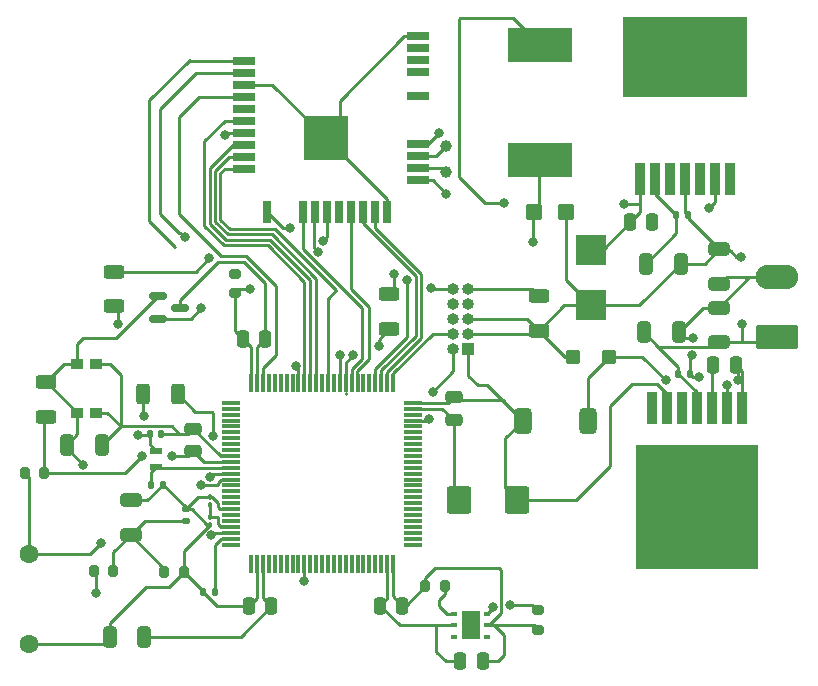
<source format=gbr>
%TF.GenerationSoftware,KiCad,Pcbnew,(6.0.6)*%
%TF.CreationDate,2022-08-28T11:43:10+01:00*%
%TF.ProjectId,task,7461736b-2e6b-4696-9361-645f70636258,rev?*%
%TF.SameCoordinates,Original*%
%TF.FileFunction,Copper,L1,Top*%
%TF.FilePolarity,Positive*%
%FSLAX46Y46*%
G04 Gerber Fmt 4.6, Leading zero omitted, Abs format (unit mm)*
G04 Created by KiCad (PCBNEW (6.0.6)) date 2022-08-28 11:43:10*
%MOMM*%
%LPD*%
G01*
G04 APERTURE LIST*
G04 Aperture macros list*
%AMRoundRect*
0 Rectangle with rounded corners*
0 $1 Rounding radius*
0 $2 $3 $4 $5 $6 $7 $8 $9 X,Y pos of 4 corners*
0 Add a 4 corners polygon primitive as box body*
4,1,4,$2,$3,$4,$5,$6,$7,$8,$9,$2,$3,0*
0 Add four circle primitives for the rounded corners*
1,1,$1+$1,$2,$3*
1,1,$1+$1,$4,$5*
1,1,$1+$1,$6,$7*
1,1,$1+$1,$8,$9*
0 Add four rect primitives between the rounded corners*
20,1,$1+$1,$2,$3,$4,$5,0*
20,1,$1+$1,$4,$5,$6,$7,0*
20,1,$1+$1,$6,$7,$8,$9,0*
20,1,$1+$1,$8,$9,$2,$3,0*%
G04 Aperture macros list end*
%TA.AperFunction,SMDPad,CuDef*%
%ADD10R,5.400000X2.900000*%
%TD*%
%TA.AperFunction,SMDPad,CuDef*%
%ADD11RoundRect,0.250000X-0.475000X0.250000X-0.475000X-0.250000X0.475000X-0.250000X0.475000X0.250000X0*%
%TD*%
%TA.AperFunction,SMDPad,CuDef*%
%ADD12RoundRect,0.250000X0.787500X0.925000X-0.787500X0.925000X-0.787500X-0.925000X0.787500X-0.925000X0*%
%TD*%
%TA.AperFunction,SMDPad,CuDef*%
%ADD13RoundRect,0.140000X-0.140000X-0.170000X0.140000X-0.170000X0.140000X0.170000X-0.140000X0.170000X0*%
%TD*%
%TA.AperFunction,SMDPad,CuDef*%
%ADD14RoundRect,0.147500X-0.147500X-0.172500X0.147500X-0.172500X0.147500X0.172500X-0.147500X0.172500X0*%
%TD*%
%TA.AperFunction,SMDPad,CuDef*%
%ADD15RoundRect,0.250000X-0.325000X-0.650000X0.325000X-0.650000X0.325000X0.650000X-0.325000X0.650000X0*%
%TD*%
%TA.AperFunction,SMDPad,CuDef*%
%ADD16RoundRect,0.250000X-0.450000X-0.425000X0.450000X-0.425000X0.450000X0.425000X-0.450000X0.425000X0*%
%TD*%
%TA.AperFunction,SMDPad,CuDef*%
%ADD17RoundRect,0.250000X0.325000X0.650000X-0.325000X0.650000X-0.325000X-0.650000X0.325000X-0.650000X0*%
%TD*%
%TA.AperFunction,SMDPad,CuDef*%
%ADD18RoundRect,0.250000X0.250000X0.475000X-0.250000X0.475000X-0.250000X-0.475000X0.250000X-0.475000X0*%
%TD*%
%TA.AperFunction,SMDPad,CuDef*%
%ADD19RoundRect,0.250000X-0.250000X-0.475000X0.250000X-0.475000X0.250000X0.475000X-0.250000X0.475000X0*%
%TD*%
%TA.AperFunction,SMDPad,CuDef*%
%ADD20RoundRect,0.140000X0.140000X0.170000X-0.140000X0.170000X-0.140000X-0.170000X0.140000X-0.170000X0*%
%TD*%
%TA.AperFunction,SMDPad,CuDef*%
%ADD21RoundRect,0.150000X-0.587500X-0.150000X0.587500X-0.150000X0.587500X0.150000X-0.587500X0.150000X0*%
%TD*%
%TA.AperFunction,SMDPad,CuDef*%
%ADD22RoundRect,0.075000X-0.725000X-0.075000X0.725000X-0.075000X0.725000X0.075000X-0.725000X0.075000X0*%
%TD*%
%TA.AperFunction,SMDPad,CuDef*%
%ADD23RoundRect,0.075000X-0.075000X-0.725000X0.075000X-0.725000X0.075000X0.725000X-0.075000X0.725000X0*%
%TD*%
%TA.AperFunction,SMDPad,CuDef*%
%ADD24R,1.900000X0.800000*%
%TD*%
%TA.AperFunction,SMDPad,CuDef*%
%ADD25R,0.800000X1.900000*%
%TD*%
%TA.AperFunction,SMDPad,CuDef*%
%ADD26R,3.700000X3.700000*%
%TD*%
%TA.AperFunction,ComponentPad*%
%ADD27C,0.500000*%
%TD*%
%TA.AperFunction,SMDPad,CuDef*%
%ADD28RoundRect,0.250000X0.625000X-0.312500X0.625000X0.312500X-0.625000X0.312500X-0.625000X-0.312500X0*%
%TD*%
%TA.AperFunction,SMDPad,CuDef*%
%ADD29RoundRect,0.200000X0.200000X0.275000X-0.200000X0.275000X-0.200000X-0.275000X0.200000X-0.275000X0*%
%TD*%
%TA.AperFunction,SMDPad,CuDef*%
%ADD30RoundRect,0.100000X0.100000X-0.130000X0.100000X0.130000X-0.100000X0.130000X-0.100000X-0.130000X0*%
%TD*%
%TA.AperFunction,SMDPad,CuDef*%
%ADD31RoundRect,0.200000X-0.200000X-0.275000X0.200000X-0.275000X0.200000X0.275000X-0.200000X0.275000X0*%
%TD*%
%TA.AperFunction,SMDPad,CuDef*%
%ADD32RoundRect,0.250000X0.312500X0.625000X-0.312500X0.625000X-0.312500X-0.625000X0.312500X-0.625000X0*%
%TD*%
%TA.AperFunction,SMDPad,CuDef*%
%ADD33RoundRect,0.100000X-0.100000X0.130000X-0.100000X-0.130000X0.100000X-0.130000X0.100000X0.130000X0*%
%TD*%
%TA.AperFunction,ComponentPad*%
%ADD34C,1.600000*%
%TD*%
%TA.AperFunction,SMDPad,CuDef*%
%ADD35R,2.540000X2.540000*%
%TD*%
%TA.AperFunction,ComponentPad*%
%ADD36R,1.000000X1.000000*%
%TD*%
%TA.AperFunction,ComponentPad*%
%ADD37O,1.000000X1.000000*%
%TD*%
%TA.AperFunction,SMDPad,CuDef*%
%ADD38C,1.000000*%
%TD*%
%TA.AperFunction,SMDPad,CuDef*%
%ADD39RoundRect,0.250000X-0.650000X0.325000X-0.650000X-0.325000X0.650000X-0.325000X0.650000X0.325000X0*%
%TD*%
%TA.AperFunction,SMDPad,CuDef*%
%ADD40RoundRect,0.200000X0.275000X-0.200000X0.275000X0.200000X-0.275000X0.200000X-0.275000X-0.200000X0*%
%TD*%
%TA.AperFunction,SMDPad,CuDef*%
%ADD41R,0.863600X2.692400*%
%TD*%
%TA.AperFunction,SMDPad,CuDef*%
%ADD42R,10.414000X10.464800*%
%TD*%
%TA.AperFunction,ComponentPad*%
%ADD43RoundRect,0.249999X1.550001X-0.790001X1.550001X0.790001X-1.550001X0.790001X-1.550001X-0.790001X0*%
%TD*%
%TA.AperFunction,ComponentPad*%
%ADD44O,3.600000X2.080000*%
%TD*%
%TA.AperFunction,SMDPad,CuDef*%
%ADD45R,0.890000X2.790000*%
%TD*%
%TA.AperFunction,SMDPad,CuDef*%
%ADD46R,10.580000X6.840000*%
%TD*%
%TA.AperFunction,SMDPad,CuDef*%
%ADD47RoundRect,0.250000X0.650000X-0.325000X0.650000X0.325000X-0.650000X0.325000X-0.650000X-0.325000X0*%
%TD*%
%TA.AperFunction,SMDPad,CuDef*%
%ADD48RoundRect,0.250000X0.475000X-0.250000X0.475000X0.250000X-0.475000X0.250000X-0.475000X-0.250000X0*%
%TD*%
%TA.AperFunction,SMDPad,CuDef*%
%ADD49RoundRect,0.250000X-0.625000X0.312500X-0.625000X-0.312500X0.625000X-0.312500X0.625000X0.312500X0*%
%TD*%
%TA.AperFunction,SMDPad,CuDef*%
%ADD50RoundRect,0.140000X0.170000X-0.140000X0.170000X0.140000X-0.170000X0.140000X-0.170000X-0.140000X0*%
%TD*%
%TA.AperFunction,SMDPad,CuDef*%
%ADD51RoundRect,0.162400X0.462600X0.417600X-0.462600X0.417600X-0.462600X-0.417600X0.462600X-0.417600X0*%
%TD*%
%TA.AperFunction,SMDPad,CuDef*%
%ADD52R,1.000000X0.900000*%
%TD*%
%TA.AperFunction,SMDPad,CuDef*%
%ADD53R,1.100000X0.600000*%
%TD*%
%TA.AperFunction,SMDPad,CuDef*%
%ADD54RoundRect,0.375000X0.375000X0.725000X-0.375000X0.725000X-0.375000X-0.725000X0.375000X-0.725000X0*%
%TD*%
%TA.AperFunction,SMDPad,CuDef*%
%ADD55R,0.599999X0.399999*%
%TD*%
%TA.AperFunction,SMDPad,CuDef*%
%ADD56R,1.500000X2.400000*%
%TD*%
%TA.AperFunction,ComponentPad*%
%ADD57C,0.499999*%
%TD*%
%TA.AperFunction,ViaPad*%
%ADD58C,0.800000*%
%TD*%
%TA.AperFunction,Conductor*%
%ADD59C,0.250000*%
%TD*%
G04 APERTURE END LIST*
D10*
%TO.P,L2,1,1*%
%TO.N,Net-(Cb2-Pad2)*%
X176200000Y-87750000D03*
%TO.P,L2,2,2*%
%TO.N,+5V*%
X176200000Y-97450000D03*
%TD*%
D11*
%TO.P,C_VDD5,1*%
%TO.N,VDD*%
X168850000Y-117550000D03*
%TO.P,C_VDD5,2*%
%TO.N,GND*%
X168850000Y-119450000D03*
%TD*%
D12*
%TO.P,Cout1,1*%
%TO.N,VDD*%
X174255000Y-126240000D03*
%TO.P,Cout1,2*%
%TO.N,GND*%
X169330000Y-126240000D03*
%TD*%
D13*
%TO.P,Cinx2,1*%
%TO.N,+12V*%
X187710000Y-102110000D03*
%TO.P,Cinx2,2*%
%TO.N,GND*%
X188670000Y-102110000D03*
%TD*%
D14*
%TO.P,Dl1,1,K*%
%TO.N,GND*%
X147645000Y-133990000D03*
%TO.P,Dl1,2,A*%
%TO.N,Net-(Dl1-Pad2)*%
X148615000Y-133990000D03*
%TD*%
D15*
%TO.P,Cin3,1*%
%TO.N,+12V*%
X185135000Y-106220000D03*
%TO.P,Cin3,2*%
%TO.N,GND*%
X188085000Y-106220000D03*
%TD*%
D16*
%TO.P,Cout2,1*%
%TO.N,+5V*%
X175630000Y-101830000D03*
%TO.P,Cout2,2*%
%TO.N,GND*%
X178330000Y-101830000D03*
%TD*%
D17*
%TO.P,C6,1*%
%TO.N,GND*%
X139065000Y-121580000D03*
%TO.P,C6,2*%
%TO.N,NRST*%
X136115000Y-121580000D03*
%TD*%
D18*
%TO.P,C5,1*%
%TO.N,VDD*%
X171320000Y-139880000D03*
%TO.P,C5,2*%
%TO.N,GND*%
X169420000Y-139880000D03*
%TD*%
D19*
%TO.P,C_VDD6,1*%
%TO.N,VDD*%
X150990000Y-112580000D03*
%TO.P,C_VDD6,2*%
%TO.N,GND*%
X152890000Y-112580000D03*
%TD*%
D20*
%TO.P,Cinx1,1*%
%TO.N,+12V*%
X188850000Y-115560000D03*
%TO.P,Cinx1,2*%
%TO.N,GND*%
X187890000Y-115560000D03*
%TD*%
D21*
%TO.P,Q1,1,D*%
%TO.N,NRST*%
X143802500Y-109010000D03*
%TO.P,Q1,2,G*%
%TO.N,Net-(J2-Pad10)*%
X143802500Y-110910000D03*
%TO.P,Q1,3,S*%
%TO.N,GND*%
X145677500Y-109960000D03*
%TD*%
D22*
%TO.P,U1,1,PE2*%
%TO.N,unconnected-(U1-Pad1)*%
X150045000Y-118010000D03*
%TO.P,U1,2,PE3*%
%TO.N,unconnected-(U1-Pad2)*%
X150045000Y-118510000D03*
%TO.P,U1,3,PE4*%
%TO.N,unconnected-(U1-Pad3)*%
X150045000Y-119010000D03*
%TO.P,U1,4,PE5*%
%TO.N,unconnected-(U1-Pad4)*%
X150045000Y-119510000D03*
%TO.P,U1,5,PE6*%
%TO.N,unconnected-(U1-Pad5)*%
X150045000Y-120010000D03*
%TO.P,U1,6,VBAT*%
%TO.N,unconnected-(U1-Pad6)*%
X150045000Y-120510000D03*
%TO.P,U1,7,PC13*%
%TO.N,unconnected-(U1-Pad7)*%
X150045000Y-121010000D03*
%TO.P,U1,8,PC14*%
%TO.N,unconnected-(U1-Pad8)*%
X150045000Y-121510000D03*
%TO.P,U1,9,PC15*%
%TO.N,unconnected-(U1-Pad9)*%
X150045000Y-122010000D03*
%TO.P,U1,10,VSS*%
%TO.N,GND*%
X150045000Y-122510000D03*
%TO.P,U1,11,VDD*%
%TO.N,VDD*%
X150045000Y-123010000D03*
%TO.P,U1,12,PH0*%
%TO.N,Net-(U1-Pad12)*%
X150045000Y-123510000D03*
%TO.P,U1,13,PH1*%
%TO.N,Net-(U1-Pad13)*%
X150045000Y-124010000D03*
%TO.P,U1,14,NRST*%
%TO.N,NRST*%
X150045000Y-124510000D03*
%TO.P,U1,15,PC0*%
%TO.N,unconnected-(U1-Pad15)*%
X150045000Y-125010000D03*
%TO.P,U1,16,PC1*%
%TO.N,unconnected-(U1-Pad16)*%
X150045000Y-125510000D03*
%TO.P,U1,17,PC2*%
%TO.N,unconnected-(U1-Pad17)*%
X150045000Y-126010000D03*
%TO.P,U1,18,PC3*%
%TO.N,unconnected-(U1-Pad18)*%
X150045000Y-126510000D03*
%TO.P,U1,19,VSSA*%
%TO.N,GND*%
X150045000Y-127010000D03*
%TO.P,U1,20,VREF-*%
X150045000Y-127510000D03*
%TO.P,U1,21,VREF+*%
%TO.N,VREF+*%
X150045000Y-128010000D03*
%TO.P,U1,22,VDDA*%
%TO.N,VDD*%
X150045000Y-128510000D03*
%TO.P,U1,23,PA0*%
%TO.N,PA0*%
X150045000Y-129010000D03*
%TO.P,U1,24,PA1*%
%TO.N,Net-(Dl1-Pad2)*%
X150045000Y-129510000D03*
%TO.P,U1,25,PA2*%
%TO.N,unconnected-(U1-Pad25)*%
X150045000Y-130010000D03*
D23*
%TO.P,U1,26,PA3*%
%TO.N,unconnected-(U1-Pad26)*%
X151720000Y-131685000D03*
%TO.P,U1,27,VSS*%
%TO.N,GND*%
X152220000Y-131685000D03*
%TO.P,U1,28,VDD*%
%TO.N,VDD*%
X152720000Y-131685000D03*
%TO.P,U1,29,PA4*%
%TO.N,unconnected-(U1-Pad29)*%
X153220000Y-131685000D03*
%TO.P,U1,30,PA5*%
%TO.N,unconnected-(U1-Pad30)*%
X153720000Y-131685000D03*
%TO.P,U1,31,PA6*%
%TO.N,unconnected-(U1-Pad31)*%
X154220000Y-131685000D03*
%TO.P,U1,32,PA7*%
%TO.N,unconnected-(U1-Pad32)*%
X154720000Y-131685000D03*
%TO.P,U1,33,PC4*%
%TO.N,unconnected-(U1-Pad33)*%
X155220000Y-131685000D03*
%TO.P,U1,34,PC5*%
%TO.N,unconnected-(U1-Pad34)*%
X155720000Y-131685000D03*
%TO.P,U1,35,PB0*%
%TO.N,SPI_SSN*%
X156220000Y-131685000D03*
%TO.P,U1,36,PB1*%
%TO.N,unconnected-(U1-Pad36)*%
X156720000Y-131685000D03*
%TO.P,U1,37,PB2*%
%TO.N,unconnected-(U1-Pad37)*%
X157220000Y-131685000D03*
%TO.P,U1,38,PE7*%
%TO.N,unconnected-(U1-Pad38)*%
X157720000Y-131685000D03*
%TO.P,U1,39,PE8*%
%TO.N,unconnected-(U1-Pad39)*%
X158220000Y-131685000D03*
%TO.P,U1,40,PE9*%
%TO.N,unconnected-(U1-Pad40)*%
X158720000Y-131685000D03*
%TO.P,U1,41,PE10*%
%TO.N,unconnected-(U1-Pad41)*%
X159220000Y-131685000D03*
%TO.P,U1,42,PE11*%
%TO.N,unconnected-(U1-Pad42)*%
X159720000Y-131685000D03*
%TO.P,U1,43,PE12*%
%TO.N,unconnected-(U1-Pad43)*%
X160220000Y-131685000D03*
%TO.P,U1,44,PE13*%
%TO.N,unconnected-(U1-Pad44)*%
X160720000Y-131685000D03*
%TO.P,U1,45,PE14*%
%TO.N,unconnected-(U1-Pad45)*%
X161220000Y-131685000D03*
%TO.P,U1,46,PE15*%
%TO.N,unconnected-(U1-Pad46)*%
X161720000Y-131685000D03*
%TO.P,U1,47,PB10*%
%TO.N,unconnected-(U1-Pad47)*%
X162220000Y-131685000D03*
%TO.P,U1,48,PB11*%
%TO.N,unconnected-(U1-Pad48)*%
X162720000Y-131685000D03*
%TO.P,U1,49,VSS*%
%TO.N,GND*%
X163220000Y-131685000D03*
%TO.P,U1,50,VDD*%
%TO.N,VDD*%
X163720000Y-131685000D03*
D22*
%TO.P,U1,51,PB12*%
%TO.N,unconnected-(U1-Pad51)*%
X165395000Y-130010000D03*
%TO.P,U1,52,PB13*%
%TO.N,SCL*%
X165395000Y-129510000D03*
%TO.P,U1,53,PB14*%
%TO.N,SDA*%
X165395000Y-129010000D03*
%TO.P,U1,54,PB15*%
%TO.N,unconnected-(U1-Pad54)*%
X165395000Y-128510000D03*
%TO.P,U1,55,PD8*%
%TO.N,unconnected-(U1-Pad55)*%
X165395000Y-128010000D03*
%TO.P,U1,56,PD9*%
%TO.N,unconnected-(U1-Pad56)*%
X165395000Y-127510000D03*
%TO.P,U1,57,PD10*%
%TO.N,unconnected-(U1-Pad57)*%
X165395000Y-127010000D03*
%TO.P,U1,58,PD11*%
%TO.N,unconnected-(U1-Pad58)*%
X165395000Y-126510000D03*
%TO.P,U1,59,PD12*%
%TO.N,unconnected-(U1-Pad59)*%
X165395000Y-126010000D03*
%TO.P,U1,60,PD13*%
%TO.N,unconnected-(U1-Pad60)*%
X165395000Y-125510000D03*
%TO.P,U1,61,PD14*%
%TO.N,unconnected-(U1-Pad61)*%
X165395000Y-125010000D03*
%TO.P,U1,62,PD15*%
%TO.N,unconnected-(U1-Pad62)*%
X165395000Y-124510000D03*
%TO.P,U1,63,PC6*%
%TO.N,unconnected-(U1-Pad63)*%
X165395000Y-124010000D03*
%TO.P,U1,64,PC7*%
%TO.N,unconnected-(U1-Pad64)*%
X165395000Y-123510000D03*
%TO.P,U1,65,PC8*%
%TO.N,unconnected-(U1-Pad65)*%
X165395000Y-123010000D03*
%TO.P,U1,66,PC9*%
%TO.N,unconnected-(U1-Pad66)*%
X165395000Y-122510000D03*
%TO.P,U1,67,PA8*%
%TO.N,unconnected-(U1-Pad67)*%
X165395000Y-122010000D03*
%TO.P,U1,68,PA9*%
%TO.N,unconnected-(U1-Pad68)*%
X165395000Y-121510000D03*
%TO.P,U1,69,PA10*%
%TO.N,unconnected-(U1-Pad69)*%
X165395000Y-121010000D03*
%TO.P,U1,70,PA11*%
%TO.N,unconnected-(U1-Pad70)*%
X165395000Y-120510000D03*
%TO.P,U1,71,PA12*%
%TO.N,unconnected-(U1-Pad71)*%
X165395000Y-120010000D03*
%TO.P,U1,72,PA13*%
%TO.N,SWDIO*%
X165395000Y-119510000D03*
%TO.P,U1,73,VDDUSB*%
%TO.N,unconnected-(U1-Pad73)*%
X165395000Y-119010000D03*
%TO.P,U1,74,VSS*%
%TO.N,GND*%
X165395000Y-118510000D03*
%TO.P,U1,75,VDD*%
%TO.N,VDD*%
X165395000Y-118010000D03*
D23*
%TO.P,U1,76,PA14*%
%TO.N,SWDCLK*%
X163720000Y-116335000D03*
%TO.P,U1,77,PA15*%
%TO.N,GPIO_5*%
X163220000Y-116335000D03*
%TO.P,U1,78,PC10*%
%TO.N,GPIO_4*%
X162720000Y-116335000D03*
%TO.P,U1,79,PC11*%
%TO.N,GPIO_6*%
X162220000Y-116335000D03*
%TO.P,U1,80,PC12*%
%TO.N,unconnected-(U1-Pad80)*%
X161720000Y-116335000D03*
%TO.P,U1,81,PD0*%
%TO.N,unconnected-(U1-Pad81)*%
X161220000Y-116335000D03*
%TO.P,U1,82,PD1*%
%TO.N,GPIO_3*%
X160720000Y-116335000D03*
%TO.P,U1,83,PD2*%
%TO.N,GPIO_1*%
X160220000Y-116335000D03*
%TO.P,U1,84,PD3*%
%TO.N,Reset_n*%
X159720000Y-116335000D03*
%TO.P,U1,85,PD4*%
%TO.N,WAKE*%
X159220000Y-116335000D03*
%TO.P,U1,86,PD5*%
%TO.N,UART_TxD*%
X158720000Y-116335000D03*
%TO.P,U1,87,PD6*%
%TO.N,UART_RxD*%
X158220000Y-116335000D03*
%TO.P,U1,88,PD7*%
%TO.N,unconnected-(U1-Pad88)*%
X157720000Y-116335000D03*
%TO.P,U1,89,PB3*%
%TO.N,SPI_SCK*%
X157220000Y-116335000D03*
%TO.P,U1,90,PB4*%
%TO.N,SPI_MISO*%
X156720000Y-116335000D03*
%TO.P,U1,91,PB5*%
%TO.N,SPI_MOSI*%
X156220000Y-116335000D03*
%TO.P,U1,92,PB6*%
%TO.N,Chip_EN*%
X155720000Y-116335000D03*
%TO.P,U1,93,PB7*%
%TO.N,unconnected-(U1-Pad93)*%
X155220000Y-116335000D03*
%TO.P,U1,94,PH3*%
%TO.N,unconnected-(U1-Pad94)*%
X154720000Y-116335000D03*
%TO.P,U1,95,PB8*%
%TO.N,unconnected-(U1-Pad95)*%
X154220000Y-116335000D03*
%TO.P,U1,96,PB9*%
%TO.N,unconnected-(U1-Pad96)*%
X153720000Y-116335000D03*
%TO.P,U1,97,PE0*%
%TO.N,unconnected-(U1-Pad97)*%
X153220000Y-116335000D03*
%TO.P,U1,98,PE1*%
%TO.N,IRQN*%
X152720000Y-116335000D03*
%TO.P,U1,99,VSS*%
%TO.N,GND*%
X152220000Y-116335000D03*
%TO.P,U1,100,VDD*%
%TO.N,VDD*%
X151720000Y-116335000D03*
%TD*%
D24*
%TO.P,U3,1,GPIO_6*%
%TO.N,GPIO_6*%
X165876550Y-99185000D03*
%TO.P,U3,2,I2C_SCL*%
%TO.N,Net-(TP1-Pad1)*%
X165876550Y-98169000D03*
%TO.P,U3,3,I2C_SDA*%
%TO.N,Net-(TP2-Pad1)*%
X165876550Y-97153000D03*
%TO.P,U3,4,~{RESET_N}*%
%TO.N,Net-(Rr1-Pad1)*%
X165876550Y-96137000D03*
%TO.P,U3,5,NC*%
%TO.N,unconnected-(U3-Pad5)*%
X165876550Y-92073000D03*
%TO.P,U3,6,NC*%
%TO.N,unconnected-(U3-Pad6)*%
X165876550Y-90041000D03*
%TO.P,U3,7,NC*%
%TO.N,unconnected-(U3-Pad7)*%
X165876550Y-89025000D03*
%TO.P,U3,8,NC*%
%TO.N,unconnected-(U3-Pad8)*%
X165876550Y-88009000D03*
%TO.P,U3,9,GND_1*%
%TO.N,GND*%
X165876550Y-86993000D03*
%TO.P,U3,10,SPI_CFG*%
%TO.N,Net-(Rp1-Pad2)*%
X151146550Y-89031000D03*
%TO.P,U3,11,WAKE*%
%TO.N,WAKE*%
X151146550Y-90047000D03*
%TO.P,U3,12,GND_2*%
%TO.N,GND*%
X151146550Y-91063000D03*
%TO.P,U3,13,IRQN*%
%TO.N,IRQN*%
X151146550Y-92079000D03*
%TO.P,U3,14,UART_TXD*%
%TO.N,UART_TxD*%
X151146550Y-93095000D03*
%TO.P,U3,15,SPI_RXD*%
%TO.N,SPI_MOSI*%
X151146550Y-94111000D03*
%TO.P,U3,16,~{SPI_SSN}*%
%TO.N,SPI_SSN*%
X151146550Y-95127000D03*
%TO.P,U3,17,SPI_TXD*%
%TO.N,SPI_MISO*%
X151146550Y-96143000D03*
%TO.P,U3,18,SPI_SCK*%
%TO.N,SPI_SCK*%
X151146550Y-97159000D03*
%TO.P,U3,19,UART_RXD*%
%TO.N,UART_RxD*%
X151146550Y-98175000D03*
D25*
%TO.P,U3,20,VBATT*%
%TO.N,VDD*%
X153046550Y-101855000D03*
%TO.P,U3,21,GPIO_1/RTC*%
%TO.N,GPIO_1*%
X156094550Y-101855000D03*
%TO.P,U3,22,CHIP_EN*%
%TO.N,Net-(Re1-Pad2)*%
X157110550Y-101855000D03*
%TO.P,U3,23,VDDIO*%
%TO.N,VDD*%
X158126550Y-101855000D03*
%TO.P,U3,24,1P3V_TP*%
%TO.N,unconnected-(U3-Pad24)*%
X159142550Y-101855000D03*
%TO.P,U3,25,GPIO_3*%
%TO.N,GPIO_3*%
X160158550Y-101855000D03*
%TO.P,U3,26,GPIO_4*%
%TO.N,GPIO_4*%
X161174550Y-101855000D03*
%TO.P,U3,27,GPIO_5*%
%TO.N,GPIO_5*%
X162190550Y-101855000D03*
%TO.P,U3,28,GND_3*%
%TO.N,GND*%
X163206550Y-101855000D03*
D26*
%TO.P,U3,29,PADDLEGND*%
X158026550Y-95585000D03*
D27*
%TO.P,U3,P$1,PADDLEGND*%
X158026550Y-95585000D03*
%TO.P,U3,P$2,PADDLEGND*%
X156826550Y-95585000D03*
%TO.P,U3,P$3,PADDLEGND*%
X159226550Y-95585000D03*
%TO.P,U3,P$4,PADDLEGND*%
X156826550Y-94385000D03*
%TO.P,U3,P$5,PADDLEGND*%
X158026550Y-94385000D03*
%TO.P,U3,P$6,PADDLEGND*%
X159226550Y-94385000D03*
%TO.P,U3,P$7,PADDLEGND*%
X156826550Y-96785000D03*
%TO.P,U3,P$8,PADDLEGND*%
X158026550Y-96785000D03*
%TO.P,U3,P$9,PADDLEGND*%
X159226550Y-96785000D03*
%TD*%
D28*
%TO.P,Rp2,1*%
%TO.N,VDD*%
X134310000Y-119212500D03*
%TO.P,Rp2,2*%
%TO.N,NRST*%
X134310000Y-116287500D03*
%TD*%
D13*
%TO.P,C8,1*%
%TO.N,Net-(C8-Pad1)*%
X143140000Y-120620000D03*
%TO.P,C8,2*%
%TO.N,GND*%
X144100000Y-120620000D03*
%TD*%
D28*
%TO.P,Re1,1*%
%TO.N,Chip_EN*%
X140100000Y-109825000D03*
%TO.P,Re1,2*%
%TO.N,Net-(Re1-Pad2)*%
X140100000Y-106900000D03*
%TD*%
D29*
%TO.P,R5,1*%
%TO.N,VDD*%
X134175000Y-123960000D03*
%TO.P,R5,2*%
%TO.N,PA0*%
X132525000Y-123960000D03*
%TD*%
D30*
%TO.P,C4,1*%
%TO.N,GND*%
X148200000Y-128360000D03*
%TO.P,C4,2*%
%TO.N,CVDDs*%
X148200000Y-127720000D03*
%TD*%
D31*
%TO.P,R2,1*%
%TO.N,VREF+*%
X144345000Y-132330000D03*
%TO.P,R2,2*%
%TO.N,GND*%
X145995000Y-132330000D03*
%TD*%
D32*
%TO.P,R7,1*%
%TO.N,Net-(U1-Pad13)*%
X145492500Y-117300000D03*
%TO.P,R7,2*%
%TO.N,Net-(C8-Pad1)*%
X142567500Y-117300000D03*
%TD*%
D33*
%TO.P,C3,1*%
%TO.N,GND*%
X148210000Y-126000000D03*
%TO.P,C3,2*%
%TO.N,CVDDs*%
X148210000Y-126640000D03*
%TD*%
D18*
%TO.P,C_VDD4,1*%
%TO.N,VDD*%
X153420000Y-135220000D03*
%TO.P,C_VDD4,2*%
%TO.N,GND*%
X151520000Y-135220000D03*
%TD*%
D34*
%TO.P,R6,1*%
%TO.N,PA0*%
X132900000Y-130800000D03*
%TO.P,R6,2*%
%TO.N,GND*%
X132900000Y-138400000D03*
%TD*%
D35*
%TO.P,D2,A*%
%TO.N,GND*%
X180500000Y-109749500D03*
%TO.P,D2,C*%
%TO.N,Net-(Cb2-Pad2)*%
X180500000Y-105050500D03*
%TD*%
D36*
%TO.P,J2,1,VTref*%
%TO.N,VDD*%
X170110000Y-113420000D03*
D37*
%TO.P,J2,2,SWDIO/TMS*%
%TO.N,SWDIO*%
X168840000Y-113420000D03*
%TO.P,J2,3,GND*%
%TO.N,GND*%
X170110000Y-112150000D03*
%TO.P,J2,4,SWDCLK/TCK*%
%TO.N,SWDCLK*%
X168840000Y-112150000D03*
%TO.P,J2,5,GND*%
%TO.N,GND*%
X170110000Y-110880000D03*
%TO.P,J2,6,SWO/TDO*%
%TO.N,unconnected-(J2-Pad6)*%
X168840000Y-110880000D03*
%TO.P,J2,7,KEY*%
%TO.N,unconnected-(J2-Pad7)*%
X170110000Y-109610000D03*
%TO.P,J2,8,NC/TDI*%
%TO.N,unconnected-(J2-Pad8)*%
X168840000Y-109610000D03*
%TO.P,J2,9,GNDDetect*%
%TO.N,Net-(J2-Pad9)*%
X170110000Y-108340000D03*
%TO.P,J2,10,~{RESET}*%
%TO.N,Net-(J2-Pad10)*%
X168840000Y-108340000D03*
%TD*%
D38*
%TO.P,TP1,1,1*%
%TO.N,Net-(TP1-Pad1)*%
X168200000Y-98500000D03*
%TD*%
D39*
%TO.P,Cin1,1*%
%TO.N,+12V*%
X191320000Y-109945000D03*
%TO.P,Cin1,2*%
%TO.N,GND*%
X191320000Y-112895000D03*
%TD*%
D40*
%TO.P,Rp1,1*%
%TO.N,VDD*%
X150360000Y-108725000D03*
%TO.P,Rp1,2*%
%TO.N,Net-(Rp1-Pad2)*%
X150360000Y-107075000D03*
%TD*%
D41*
%TO.P,Vr1,1,SW*%
%TO.N,Net-(Cb1-Pad2)*%
X193260000Y-118409600D03*
%TO.P,Vr1,2,VIN*%
%TO.N,+12V*%
X191990000Y-118409600D03*
%TO.P,Vr1,3,BOOST*%
%TO.N,Net-(Cb1-Pad1)*%
X190720000Y-118409600D03*
%TO.P,Vr1,4,GND*%
%TO.N,GND*%
X189450000Y-118409600D03*
%TO.P,Vr1,5,NC*%
%TO.N,unconnected-(Vr1-Pad5)*%
X188180000Y-118409600D03*
%TO.P,Vr1,6,FB*%
%TO.N,VDD*%
X186910000Y-118409600D03*
%TO.P,Vr1,7,ON/~{OFF}*%
%TO.N,unconnected-(Vr1-Pad7)*%
X185640000Y-118409600D03*
D42*
%TO.P,Vr1,8*%
%TO.N,unconnected-(Vr1-Pad8)*%
X189450000Y-126842400D03*
%TD*%
D43*
%TO.P,J1,1,Pin_1*%
%TO.N,GND*%
X196272500Y-112440000D03*
D44*
%TO.P,J1,2,Pin_2*%
%TO.N,+12V*%
X196272500Y-107360000D03*
%TD*%
D13*
%TO.P,C7,1*%
%TO.N,Net-(U1-Pad12)*%
X143270000Y-124930000D03*
%TO.P,C7,2*%
%TO.N,GND*%
X144230000Y-124930000D03*
%TD*%
D45*
%TO.P,Vr2,1,SWITCH_OUTPUT*%
%TO.N,Net-(Cb2-Pad2)*%
X184650000Y-99060000D03*
%TO.P,Vr2,2,INPUT*%
%TO.N,+12V*%
X185920000Y-99060000D03*
%TO.P,Vr2,3,CB*%
%TO.N,Net-(Cb2-Pad1)*%
X187190000Y-99060000D03*
%TO.P,Vr2,4,GND*%
%TO.N,GND*%
X188460000Y-99060000D03*
%TO.P,Vr2,5,NC*%
%TO.N,unconnected-(Vr2-Pad5)*%
X189730000Y-99060000D03*
%TO.P,Vr2,6,FB*%
%TO.N,+5V*%
X191000000Y-99060000D03*
%TO.P,Vr2,7,ON/~{OFF}*%
%TO.N,unconnected-(Vr2-Pad7)*%
X192270000Y-99060000D03*
D46*
%TO.P,Vr2,8,EP*%
%TO.N,unconnected-(Vr2-Pad8)*%
X188460000Y-88710000D03*
%TD*%
D47*
%TO.P,C1,1*%
%TO.N,VREF+*%
X141500000Y-129205000D03*
%TO.P,C1,2*%
%TO.N,GND*%
X141500000Y-126255000D03*
%TD*%
D48*
%TO.P,C_VDD2,1*%
%TO.N,VDD*%
X146810000Y-122090000D03*
%TO.P,C_VDD2,2*%
%TO.N,GND*%
X146810000Y-120190000D03*
%TD*%
D49*
%TO.P,Rp3,1*%
%TO.N,Net-(J2-Pad9)*%
X176100000Y-108967500D03*
%TO.P,Rp3,2*%
%TO.N,GND*%
X176100000Y-111892500D03*
%TD*%
D31*
%TO.P,R3,1*%
%TO.N,VDD*%
X166475000Y-133500000D03*
%TO.P,R3,2*%
%TO.N,SDA*%
X168125000Y-133500000D03*
%TD*%
D50*
%TO.P,C2,1*%
%TO.N,VREF+*%
X146170000Y-128000000D03*
%TO.P,C2,2*%
%TO.N,GND*%
X146170000Y-127040000D03*
%TD*%
D51*
%TO.P,D1,A*%
%TO.N,GND*%
X178970000Y-114100000D03*
%TO.P,D1,C*%
%TO.N,Net-(Cb1-Pad2)*%
X182030000Y-114100000D03*
%TD*%
D18*
%TO.P,Cb2,1*%
%TO.N,Net-(Cb2-Pad1)*%
X185690000Y-102740000D03*
%TO.P,Cb2,2*%
%TO.N,Net-(Cb2-Pad2)*%
X183790000Y-102740000D03*
%TD*%
D52*
%TO.P,SW1,1,1*%
%TO.N,NRST*%
X137000000Y-118850000D03*
X137000000Y-114750000D03*
%TO.P,SW1,2,2*%
%TO.N,GND*%
X138600000Y-114750000D03*
X138600000Y-118850000D03*
%TD*%
D53*
%TO.P,Y1,1,1*%
%TO.N,Net-(U1-Pad12)*%
X143680000Y-123450000D03*
%TO.P,Y1,2,2*%
%TO.N,Net-(C8-Pad1)*%
X143680000Y-122050000D03*
%TD*%
D17*
%TO.P,C_VDD1,1*%
%TO.N,VDD*%
X142675000Y-137820000D03*
%TO.P,C_VDD1,2*%
%TO.N,GND*%
X139725000Y-137820000D03*
%TD*%
D38*
%TO.P,TP2,1,1*%
%TO.N,Net-(TP2-Pad1)*%
X168200000Y-96300000D03*
%TD*%
D18*
%TO.P,C_VDD3,1*%
%TO.N,VDD*%
X164500000Y-135180000D03*
%TO.P,C_VDD3,2*%
%TO.N,GND*%
X162600000Y-135180000D03*
%TD*%
D54*
%TO.P,L1,1,1*%
%TO.N,Net-(Cb1-Pad2)*%
X180210000Y-119520000D03*
%TO.P,L1,2,2*%
%TO.N,VDD*%
X174710000Y-119520000D03*
%TD*%
D40*
%TO.P,R4,1*%
%TO.N,VDD*%
X175990000Y-137225000D03*
%TO.P,R4,2*%
%TO.N,SCL*%
X175990000Y-135575000D03*
%TD*%
D31*
%TO.P,R1,1*%
%TO.N,+5V*%
X138375000Y-132250000D03*
%TO.P,R1,2*%
%TO.N,VREF+*%
X140025000Y-132250000D03*
%TD*%
D49*
%TO.P,Rr1,1*%
%TO.N,Net-(Rr1-Pad1)*%
X163400000Y-108837500D03*
%TO.P,Rr1,2*%
%TO.N,Reset_n*%
X163400000Y-111762500D03*
%TD*%
D19*
%TO.P,Cb1,1*%
%TO.N,Net-(Cb1-Pad1)*%
X190850000Y-114800000D03*
%TO.P,Cb1,2*%
%TO.N,Net-(Cb1-Pad2)*%
X192750000Y-114800000D03*
%TD*%
D17*
%TO.P,Cin2,1*%
%TO.N,+12V*%
X187915000Y-112030000D03*
%TO.P,Cin2,2*%
%TO.N,GND*%
X184965000Y-112030000D03*
%TD*%
D47*
%TO.P,Cin4,1*%
%TO.N,+12V*%
X191360000Y-107965000D03*
%TO.P,Cin4,2*%
%TO.N,GND*%
X191360000Y-105015000D03*
%TD*%
D55*
%TO.P,U2,1,SDA*%
%TO.N,SDA*%
X168889999Y-135859999D03*
%TO.P,U2,2,VSS*%
%TO.N,GND*%
X168889999Y-136859999D03*
%TO.P,U2,3,NC*%
%TO.N,unconnected-(U2-Pad3)*%
X168889999Y-137860001D03*
%TO.P,U2,4,NC*%
%TO.N,unconnected-(U2-Pad4)*%
X171689999Y-137860001D03*
%TO.P,U2,5,VDD*%
%TO.N,VDD*%
X171689999Y-136859999D03*
%TO.P,U2,6,SCL*%
%TO.N,SCL*%
X171689999Y-135859999D03*
D56*
%TO.P,U2,7,EP*%
%TO.N,unconnected-(U2-Pad7)*%
X170290000Y-136860000D03*
D57*
X169790000Y-137359999D03*
X170789998Y-137359999D03*
X170789998Y-136359998D03*
X169790000Y-136359998D03*
%TD*%
D58*
%TO.N,GND*%
X193200000Y-105700000D03*
X193300000Y-111300000D03*
%TO.N,NRST*%
X137500000Y-123235500D03*
X147500000Y-125000000D03*
%TO.N,Net-(C8-Pad1)*%
X142600000Y-119100000D03*
X142100000Y-120709500D03*
%TO.N,Net-(Cb1-Pad2)*%
X192915292Y-116098447D03*
X186800000Y-116100000D03*
%TO.N,Net-(Cb2-Pad2)*%
X183300000Y-101200000D03*
X173100000Y-101100000D03*
%TO.N,+12V*%
X192000000Y-116500000D03*
X189100000Y-112530500D03*
X189000000Y-113979500D03*
X189600000Y-115800000D03*
%TO.N,+5V*%
X138600000Y-134100000D03*
X175600000Y-104400000D03*
X190500000Y-101500000D03*
%TO.N,SWDIO*%
X166800000Y-119400000D03*
X167100000Y-117100000D03*
%TO.N,Net-(J2-Pad10)*%
X166900000Y-108300000D03*
X147500000Y-110000000D03*
%TO.N,SCL*%
X173624500Y-135100000D03*
X172175500Y-135300000D03*
%TO.N,PA0*%
X139000000Y-129900000D03*
X148342299Y-129242299D03*
%TO.N,Net-(U1-Pad13)*%
X148500000Y-120800000D03*
X148260667Y-124275500D03*
%TO.N,Chip_EN*%
X155495500Y-114900000D03*
X140443950Y-111343950D03*
%TO.N,Net-(Re1-Pad2)*%
X148187701Y-105787701D03*
X157381617Y-105207723D03*
%TO.N,Net-(Rr1-Pad1)*%
X167600000Y-95200000D03*
X163800000Y-107100000D03*
%TO.N,Reset_n*%
X162500000Y-113200000D03*
X160357253Y-113981753D03*
%TO.N,SPI_SSN*%
X149500000Y-95300000D03*
X156200000Y-133075500D03*
%TO.N,WAKE*%
X159200000Y-114000000D03*
X146100000Y-104000000D03*
%TO.N,GPIO_6*%
X168224500Y-100300000D03*
X164925500Y-107575500D03*
%TO.N,VDD*%
X145000000Y-122500000D03*
X142500000Y-122500000D03*
X151600000Y-108400000D03*
X155000000Y-103200000D03*
X157800000Y-104300000D03*
%TD*%
D59*
%TO.N,VREF+*%
X140025000Y-130680000D02*
X141500000Y-129205000D01*
X144345000Y-132050000D02*
X141500000Y-129205000D01*
X141500000Y-129205000D02*
X142705000Y-128000000D01*
X142705000Y-128000000D02*
X146170000Y-128000000D01*
X140025000Y-132250000D02*
X140025000Y-130680000D01*
X144345000Y-132330000D02*
X144345000Y-132050000D01*
%TO.N,GND*%
X193300000Y-111300000D02*
X193295000Y-111305000D01*
X153504550Y-91063000D02*
X156826550Y-94385000D01*
X158026550Y-94385000D02*
X159226550Y-94385000D01*
X170110000Y-112150000D02*
X175842500Y-112150000D01*
X167400000Y-136919998D02*
X167459999Y-136859999D01*
X192115000Y-105015000D02*
X192300000Y-105200000D01*
X145995000Y-132330000D02*
X145995000Y-130565000D01*
X132900000Y-138400000D02*
X139145000Y-138400000D01*
X176100000Y-111892500D02*
X178243000Y-109749500D01*
X158026550Y-95585000D02*
X156826550Y-94385000D01*
X187890000Y-114955000D02*
X186117500Y-113182500D01*
X178243000Y-109749500D02*
X180500000Y-109749500D01*
X188460000Y-101900000D02*
X188460000Y-99060000D01*
X189450000Y-117127609D02*
X189450000Y-118409600D01*
X147210000Y-126000000D02*
X148210000Y-126000000D01*
X144230000Y-124930000D02*
X144230000Y-124937609D01*
X146688959Y-127040000D02*
X146170000Y-127040000D01*
X188670000Y-102110000D02*
X188670000Y-102325000D01*
X190155000Y-106220000D02*
X191360000Y-105015000D01*
X159226550Y-94385000D02*
X158026550Y-95585000D01*
X152890000Y-112580000D02*
X152890000Y-107890000D01*
X169330000Y-126240000D02*
X168850000Y-125760000D01*
X146170000Y-127040000D02*
X147210000Y-126000000D01*
X192300000Y-105200000D02*
X192800000Y-105700000D01*
X167400000Y-139100000D02*
X167400000Y-136919998D01*
X159226550Y-92443000D02*
X159226550Y-94385000D01*
X139145000Y-138400000D02*
X139725000Y-137820000D01*
X191360000Y-105015000D02*
X192115000Y-105015000D01*
X152890000Y-107890000D02*
X151100000Y-106100000D01*
X145995000Y-130565000D02*
X148200000Y-128360000D01*
X165876550Y-86993000D02*
X164676550Y-86993000D01*
X175842500Y-112150000D02*
X176100000Y-111892500D01*
X156826550Y-95585000D02*
X156826550Y-94385000D01*
X148856784Y-135220000D02*
X151520000Y-135220000D01*
X164279999Y-136859999D02*
X162600000Y-135180000D01*
X146380000Y-120620000D02*
X146810000Y-120190000D01*
X178330000Y-101830000D02*
X178330000Y-107579500D01*
X163220000Y-134560000D02*
X163220000Y-131685000D01*
X163206550Y-100765000D02*
X163206550Y-101855000D01*
X144985000Y-119985000D02*
X145620000Y-120620000D01*
X151520000Y-135220000D02*
X152220000Y-134520000D01*
X148401041Y-126000000D02*
X148920000Y-126518959D01*
X168180000Y-139880000D02*
X167400000Y-139100000D01*
X152890000Y-112580000D02*
X152220000Y-113250000D01*
X187890000Y-115567609D02*
X189450000Y-117127609D01*
X151100000Y-106100000D02*
X148900000Y-106100000D01*
X167910000Y-118510000D02*
X165395000Y-118510000D01*
X148920000Y-126518959D02*
X148920000Y-126820000D01*
X175087500Y-110880000D02*
X176100000Y-111892500D01*
X168850000Y-125760000D02*
X168850000Y-119450000D01*
X138600000Y-118850000D02*
X139525000Y-118850000D01*
X159226550Y-95585000D02*
X159226550Y-96785000D01*
X139750000Y-114750000D02*
X140660000Y-115660000D01*
X158026550Y-95585000D02*
X156826550Y-95585000D01*
X146170000Y-126870000D02*
X146170000Y-127040000D01*
X187890000Y-115560000D02*
X187890000Y-114955000D01*
X164676550Y-86993000D02*
X159226550Y-92443000D01*
X178970000Y-114100000D02*
X178307500Y-114100000D01*
X145677500Y-109322500D02*
X145677500Y-109960000D01*
X144100000Y-120620000D02*
X146380000Y-120620000D01*
X149110000Y-127010000D02*
X150045000Y-127010000D01*
X148008959Y-128360000D02*
X146688959Y-127040000D01*
X190960000Y-113255000D02*
X191320000Y-112895000D01*
X178330000Y-107579500D02*
X180500000Y-109749500D01*
X167459999Y-136859999D02*
X164279999Y-136859999D01*
X188670000Y-102110000D02*
X188460000Y-101900000D01*
X138600000Y-114750000D02*
X139750000Y-114750000D01*
X159226550Y-94385000D02*
X159226550Y-95585000D01*
X170110000Y-110880000D02*
X175087500Y-110880000D01*
X147645000Y-133990000D02*
X147645000Y-133980000D01*
X139065000Y-121580000D02*
X140660000Y-119985000D01*
X146810000Y-120190000D02*
X149130000Y-122510000D01*
X195817500Y-112895000D02*
X196272500Y-112440000D01*
X147645000Y-134008216D02*
X148856784Y-135220000D01*
X168850000Y-119450000D02*
X167910000Y-118510000D01*
X159226550Y-96785000D02*
X163206550Y-100765000D01*
X139725000Y-136675000D02*
X142800000Y-133600000D01*
X148210000Y-126000000D02*
X148401041Y-126000000D01*
X149130000Y-122510000D02*
X150045000Y-122510000D01*
X142912609Y-126255000D02*
X141500000Y-126255000D01*
X144230000Y-124930000D02*
X144304500Y-124930000D01*
X144725000Y-133600000D02*
X145995000Y-132330000D01*
X158026550Y-96785000D02*
X156826550Y-96785000D01*
X152220000Y-134520000D02*
X152220000Y-131685000D01*
X148920000Y-126820000D02*
X149110000Y-127010000D01*
X142800000Y-133600000D02*
X144725000Y-133600000D01*
X184555500Y-109749500D02*
X188085000Y-106220000D01*
X139525000Y-118850000D02*
X140660000Y-119985000D01*
X158026550Y-96785000D02*
X159226550Y-96785000D01*
X168889999Y-136859999D02*
X167459999Y-136859999D01*
X178307500Y-114100000D02*
X176100000Y-111892500D01*
X140660000Y-119985000D02*
X144985000Y-119985000D01*
X184965000Y-112030000D02*
X186117500Y-113182500D01*
X193295000Y-112895000D02*
X195817500Y-112895000D01*
X186117500Y-113182500D02*
X186190000Y-113255000D01*
X187890000Y-115560000D02*
X187890000Y-115567609D01*
X148200000Y-128360000D02*
X148008959Y-128360000D01*
X156826550Y-94385000D02*
X158026550Y-94385000D01*
X188670000Y-102325000D02*
X191360000Y-105015000D01*
X192800000Y-105700000D02*
X193200000Y-105700000D01*
X191320000Y-112895000D02*
X193295000Y-112895000D01*
X148900000Y-106100000D02*
X145677500Y-109322500D01*
X158026550Y-96785000D02*
X158026550Y-95585000D01*
X144230000Y-124930000D02*
X146170000Y-126870000D01*
X147645000Y-133990000D02*
X147645000Y-134008216D01*
X152220000Y-113250000D02*
X152220000Y-116335000D01*
X139725000Y-137820000D02*
X139725000Y-136675000D01*
X147645000Y-133980000D02*
X145995000Y-132330000D01*
X140660000Y-115660000D02*
X140660000Y-119985000D01*
X193295000Y-111305000D02*
X193295000Y-112895000D01*
X144230000Y-124937609D02*
X142912609Y-126255000D01*
X188085000Y-106220000D02*
X190155000Y-106220000D01*
X180500000Y-109749500D02*
X184555500Y-109749500D01*
X169420000Y-139880000D02*
X168180000Y-139880000D01*
X162600000Y-135180000D02*
X163220000Y-134560000D01*
X186190000Y-113255000D02*
X190960000Y-113255000D01*
X151146550Y-91063000D02*
X153504550Y-91063000D01*
%TO.N,CVDDs*%
X148200000Y-127720000D02*
X148920000Y-127720000D01*
X148920000Y-128250685D02*
X149179315Y-128510000D01*
X149179315Y-128510000D02*
X150045000Y-128510000D01*
X148200000Y-126650000D02*
X148210000Y-126640000D01*
X148920000Y-127720000D02*
X148920000Y-128250685D01*
X148200000Y-127720000D02*
X148200000Y-126650000D01*
%TO.N,NRST*%
X147500000Y-125000000D02*
X148920000Y-125000000D01*
X137000000Y-113000000D02*
X137000000Y-114750000D01*
X137000000Y-114750000D02*
X135847500Y-114750000D01*
X135847500Y-114750000D02*
X134310000Y-116287500D01*
X149179315Y-124510000D02*
X150045000Y-124510000D01*
X137000000Y-120695000D02*
X136115000Y-121580000D01*
X137000000Y-118850000D02*
X137000000Y-120695000D01*
X148920000Y-124769315D02*
X149179315Y-124510000D01*
X140312500Y-112500000D02*
X137500000Y-112500000D01*
X137500000Y-112500000D02*
X137000000Y-113000000D01*
X143802500Y-109010000D02*
X140312500Y-112500000D01*
X136115000Y-121580000D02*
X136115000Y-121850500D01*
X137000000Y-118850000D02*
X134437500Y-116287500D01*
X134437500Y-116287500D02*
X134310000Y-116287500D01*
X136115000Y-121850500D02*
X137500000Y-123235500D01*
X148920000Y-125000000D02*
X148920000Y-124769315D01*
%TO.N,Net-(U1-Pad12)*%
X150045000Y-123510000D02*
X143740000Y-123510000D01*
X143740000Y-123510000D02*
X143680000Y-123450000D01*
X143270000Y-123860000D02*
X143680000Y-123450000D01*
X143270000Y-124930000D02*
X143270000Y-123860000D01*
%TO.N,Net-(C8-Pad1)*%
X143680000Y-122050000D02*
X143140000Y-121510000D01*
X142567500Y-119067500D02*
X142600000Y-119100000D01*
X142100000Y-120709500D02*
X143050500Y-120709500D01*
X143140000Y-121510000D02*
X143140000Y-120620000D01*
X143050500Y-120709500D02*
X143140000Y-120620000D01*
X142567500Y-117300000D02*
X142567500Y-119067500D01*
%TO.N,Net-(Cb1-Pad1)*%
X190720000Y-118409600D02*
X190720000Y-114930000D01*
X190720000Y-114930000D02*
X190850000Y-114800000D01*
%TO.N,Net-(Cb1-Pad2)*%
X184800000Y-114100000D02*
X186800000Y-116100000D01*
X192915292Y-116098447D02*
X192915292Y-114965292D01*
X193260000Y-118409600D02*
X193260000Y-115310000D01*
X182030000Y-114100000D02*
X184800000Y-114100000D01*
X182030000Y-114100000D02*
X182060000Y-114070000D01*
X193260000Y-115310000D02*
X192750000Y-114800000D01*
X180210000Y-115920000D02*
X182030000Y-114100000D01*
X192915292Y-114965292D02*
X192750000Y-114800000D01*
X180210000Y-119520000D02*
X180210000Y-115920000D01*
%TO.N,Net-(Cb2-Pad2)*%
X181479500Y-105050500D02*
X183790000Y-102740000D01*
X183300000Y-101200000D02*
X184600000Y-101200000D01*
X184650000Y-101880000D02*
X184650000Y-101250000D01*
X176200000Y-87750000D02*
X173850000Y-85400000D01*
X180500000Y-105050500D02*
X181479500Y-105050500D01*
X169300000Y-98900000D02*
X171500000Y-101100000D01*
X171500000Y-101100000D02*
X173100000Y-101100000D01*
X183790000Y-102740000D02*
X184650000Y-101880000D01*
X169400000Y-85400000D02*
X169300000Y-85500000D01*
X173850000Y-85400000D02*
X169400000Y-85400000D01*
X184650000Y-101250000D02*
X184650000Y-99060000D01*
X169300000Y-85500000D02*
X169300000Y-98900000D01*
X184600000Y-101200000D02*
X184650000Y-101250000D01*
%TO.N,+12V*%
X191965000Y-107360000D02*
X196272500Y-107360000D01*
X193905000Y-107360000D02*
X196272500Y-107360000D01*
X187710000Y-103645000D02*
X187710000Y-102110000D01*
X191990000Y-118409600D02*
X191990000Y-116510000D01*
X188415500Y-112530500D02*
X187915000Y-112030000D01*
X191320000Y-109945000D02*
X193905000Y-107360000D01*
X191990000Y-116510000D02*
X192000000Y-116500000D01*
X189090000Y-115800000D02*
X188850000Y-115560000D01*
X187915000Y-112030000D02*
X190000000Y-109945000D01*
X188850000Y-115560000D02*
X188850000Y-114129500D01*
X189600000Y-115800000D02*
X189090000Y-115800000D01*
X190000000Y-109945000D02*
X191320000Y-109945000D01*
X188850000Y-114129500D02*
X189000000Y-113979500D01*
X185920000Y-100320000D02*
X185920000Y-99060000D01*
X187710000Y-102110000D02*
X185920000Y-100320000D01*
X191360000Y-107965000D02*
X191965000Y-107360000D01*
X185135000Y-106220000D02*
X187710000Y-103645000D01*
X189100000Y-112530500D02*
X188415500Y-112530500D01*
%TO.N,+5V*%
X176080000Y-101380000D02*
X176080000Y-96460000D01*
X191000000Y-101000000D02*
X190500000Y-101500000D01*
X175600000Y-104400000D02*
X175600000Y-101860000D01*
X175600000Y-101860000D02*
X175630000Y-101830000D01*
X138600000Y-132475000D02*
X138375000Y-132250000D01*
X138600000Y-134100000D02*
X138600000Y-132475000D01*
X191000000Y-99060000D02*
X191000000Y-101000000D01*
X175630000Y-101830000D02*
X176080000Y-101380000D01*
%TO.N,Net-(Dl1-Pad2)*%
X148615000Y-130074315D02*
X149179315Y-129510000D01*
X149179315Y-129510000D02*
X150045000Y-129510000D01*
X148615000Y-133990000D02*
X148615000Y-130074315D01*
%TO.N,SWDIO*%
X166690000Y-119510000D02*
X165395000Y-119510000D01*
X168840000Y-115360000D02*
X167100000Y-117100000D01*
X168840000Y-113420000D02*
X168840000Y-115360000D01*
X166800000Y-119400000D02*
X166690000Y-119510000D01*
%TO.N,SWDCLK*%
X163720000Y-116335000D02*
X163720000Y-115530000D01*
X163720000Y-115530000D02*
X167100000Y-112150000D01*
X167100000Y-112150000D02*
X168840000Y-112150000D01*
%TO.N,Net-(J2-Pad10)*%
X166940000Y-108340000D02*
X168840000Y-108340000D01*
X146590000Y-110910000D02*
X147500000Y-110000000D01*
X143802500Y-110910000D02*
X146590000Y-110910000D01*
X166900000Y-108300000D02*
X166940000Y-108340000D01*
%TO.N,SDA*%
X168125000Y-133500000D02*
X168125000Y-134175000D01*
X168125000Y-134175000D02*
X167600000Y-134700000D01*
X167600000Y-135200000D02*
X168259999Y-135859999D01*
X167600000Y-134700000D02*
X167600000Y-135200000D01*
X168259999Y-135859999D02*
X168889999Y-135859999D01*
%TO.N,SCL*%
X172175500Y-135374498D02*
X171689999Y-135859999D01*
X172175500Y-135300000D02*
X172175500Y-135374498D01*
X175990000Y-135575000D02*
X175515000Y-135100000D01*
X175515000Y-135100000D02*
X173624500Y-135100000D01*
%TO.N,PA0*%
X132900000Y-124335000D02*
X132900000Y-130800000D01*
X148574598Y-129010000D02*
X150045000Y-129010000D01*
X138100000Y-130800000D02*
X139000000Y-129900000D01*
X132525000Y-123960000D02*
X132900000Y-124335000D01*
X132900000Y-130800000D02*
X138100000Y-130800000D01*
X148342299Y-129242299D02*
X148574598Y-129010000D01*
%TO.N,Net-(U1-Pad13)*%
X148260667Y-124275500D02*
X148526167Y-124010000D01*
X148400000Y-118800000D02*
X148500000Y-118900000D01*
X148526167Y-124010000D02*
X150045000Y-124010000D01*
X145492500Y-117300000D02*
X146992500Y-118800000D01*
X146992500Y-118800000D02*
X148400000Y-118800000D01*
X148500000Y-118900000D02*
X148500000Y-120800000D01*
%TO.N,Chip_EN*%
X140443950Y-110168950D02*
X140100000Y-109825000D01*
X155720000Y-115124500D02*
X155495500Y-114900000D01*
X155720000Y-116335000D02*
X155720000Y-115124500D01*
X140443950Y-111343950D02*
X140443950Y-110168950D01*
%TO.N,Net-(Re1-Pad2)*%
X147075402Y-106900000D02*
X148187701Y-105787701D01*
X157075000Y-104901106D02*
X157075000Y-101890550D01*
X157381617Y-105207723D02*
X157075000Y-104901106D01*
X157075000Y-101890550D02*
X157110550Y-101855000D01*
X140100000Y-106900000D02*
X147075402Y-106900000D01*
%TO.N,Net-(Rp1-Pad2)*%
X146531000Y-89031000D02*
X151146550Y-89031000D01*
X143100000Y-92400000D02*
X146500000Y-89000000D01*
X146500000Y-89000000D02*
X146531000Y-89031000D01*
X145300000Y-104800000D02*
X143100000Y-102600000D01*
X143100000Y-102600000D02*
X143100000Y-92400000D01*
%TO.N,Net-(J2-Pad9)*%
X175472500Y-108340000D02*
X170110000Y-108340000D01*
X176100000Y-108967500D02*
X175472500Y-108340000D01*
%TO.N,Net-(Rr1-Pad1)*%
X167600000Y-95200000D02*
X166663000Y-96137000D01*
X163800000Y-107100000D02*
X163800000Y-108437500D01*
X166663000Y-96137000D02*
X165876550Y-96137000D01*
X163800000Y-108437500D02*
X163400000Y-108837500D01*
%TO.N,Reset_n*%
X162500000Y-113200000D02*
X162500000Y-112662500D01*
X159720000Y-116335000D02*
X159720000Y-114619006D01*
X159745000Y-117245000D02*
X159720000Y-117220000D01*
X162500000Y-112662500D02*
X163400000Y-111762500D01*
X159720000Y-114619006D02*
X160357253Y-113981753D01*
%TO.N,Net-(TP1-Pad1)*%
X167869000Y-98169000D02*
X165876550Y-98169000D01*
X168200000Y-98500000D02*
X167869000Y-98169000D01*
%TO.N,Net-(TP2-Pad1)*%
X168200000Y-96300000D02*
X167347000Y-97153000D01*
X167347000Y-97153000D02*
X165876550Y-97153000D01*
%TO.N,SPI_SSN*%
X156200000Y-131705000D02*
X156220000Y-131685000D01*
X149673000Y-95127000D02*
X151146550Y-95127000D01*
X156200000Y-133075500D02*
X156200000Y-131705000D01*
X149500000Y-95300000D02*
X149673000Y-95127000D01*
%TO.N,GPIO_3*%
X161700000Y-114300000D02*
X160700000Y-115300000D01*
X160700000Y-116315000D02*
X160720000Y-116335000D01*
X160158550Y-108358550D02*
X161700000Y-109900000D01*
X161700000Y-109900000D02*
X161700000Y-114300000D01*
X160158550Y-101855000D02*
X160158550Y-108358550D01*
X160700000Y-115300000D02*
X160700000Y-116315000D01*
%TO.N,GPIO_1*%
X161100000Y-114263604D02*
X160220000Y-115143604D01*
X160220000Y-115143604D02*
X160220000Y-116335000D01*
X161100000Y-110000000D02*
X161100000Y-114263604D01*
X156094550Y-104994550D02*
X161100000Y-110000000D01*
X156094550Y-101855000D02*
X156094550Y-104994550D01*
%TO.N,WAKE*%
X151146550Y-90047000D02*
X147053000Y-90047000D01*
X159220000Y-114020000D02*
X159220000Y-116335000D01*
X147053000Y-90047000D02*
X144000000Y-93100000D01*
X144000000Y-102000000D02*
X145600000Y-103600000D01*
X146100000Y-104000000D02*
X145700000Y-103600000D01*
X144000000Y-93100000D02*
X144000000Y-102000000D01*
X145700000Y-103600000D02*
X145600000Y-103600000D01*
X159200000Y-114000000D02*
X159220000Y-114020000D01*
%TO.N,UART_RxD*%
X158200000Y-115449315D02*
X158220000Y-115469315D01*
X149100000Y-102500000D02*
X149900000Y-103300000D01*
X158200000Y-109200000D02*
X158200000Y-115449315D01*
X149461396Y-98175000D02*
X149100000Y-98536396D01*
X153700000Y-103300000D02*
X158900000Y-108500000D01*
X158900000Y-108500000D02*
X158200000Y-109200000D01*
X149900000Y-103300000D02*
X153700000Y-103300000D01*
X151146550Y-98175000D02*
X149461396Y-98175000D01*
X149100000Y-98536396D02*
X149100000Y-102500000D01*
X158220000Y-115469315D02*
X158220000Y-116335000D01*
%TO.N,IRQN*%
X151146550Y-92079000D02*
X149946550Y-92079000D01*
X151236396Y-105600000D02*
X149200000Y-105600000D01*
X153800000Y-108163604D02*
X151236396Y-105600000D01*
X149200000Y-105600000D02*
X145600000Y-102000000D01*
X145600000Y-102000000D02*
X145600000Y-101600000D01*
X153800000Y-114000000D02*
X153800000Y-108163604D01*
X147300000Y-92100000D02*
X145600000Y-93800000D01*
X149946550Y-92079000D02*
X149925550Y-92100000D01*
X149925550Y-92100000D02*
X147300000Y-92100000D01*
X145600000Y-93800000D02*
X145600000Y-101600000D01*
X152720000Y-115080000D02*
X153800000Y-114000000D01*
X152720000Y-116335000D02*
X152720000Y-115080000D01*
%TO.N,SPI_SCK*%
X157220000Y-116335000D02*
X157220000Y-107520000D01*
X148650000Y-102686396D02*
X148650000Y-98350000D01*
X153450000Y-103750000D02*
X149713604Y-103750000D01*
X148650000Y-98350000D02*
X149841000Y-97159000D01*
X157220000Y-107520000D02*
X153450000Y-103750000D01*
X149713604Y-103750000D02*
X148650000Y-102686396D01*
X149841000Y-97159000D02*
X151146550Y-97159000D01*
%TO.N,SPI_MISO*%
X149563604Y-104236396D02*
X153300000Y-104236396D01*
X148200000Y-98105550D02*
X148200000Y-102872792D01*
X150162550Y-96143000D02*
X148200000Y-98105550D01*
X156720000Y-107656396D02*
X156720000Y-116335000D01*
X151146550Y-96143000D02*
X150162550Y-96143000D01*
X153300000Y-104236396D02*
X156720000Y-107656396D01*
X148200000Y-102872792D02*
X149563604Y-104236396D01*
%TO.N,SPI_MOSI*%
X147750000Y-95824695D02*
X149463695Y-94111000D01*
X149377208Y-104686396D02*
X147750000Y-103059188D01*
X151146550Y-94111000D02*
X149463695Y-94111000D01*
X156220000Y-107792792D02*
X153113604Y-104686396D01*
X156220000Y-116335000D02*
X156220000Y-107792792D01*
X147750000Y-103059188D02*
X147750000Y-95824695D01*
X153113604Y-104686396D02*
X149377208Y-104686396D01*
%TO.N,GPIO_6*%
X168224500Y-100300000D02*
X167109500Y-99185000D01*
X164925500Y-112415312D02*
X164925500Y-107575500D01*
X167109500Y-99185000D02*
X165876550Y-99185000D01*
X164770406Y-112570406D02*
X164925500Y-112415312D01*
X162220000Y-116335000D02*
X162220000Y-115120812D01*
X162220000Y-115120812D02*
X164770406Y-112570406D01*
%TO.N,GPIO_5*%
X166100000Y-112513604D02*
X166100000Y-107088299D01*
X163220000Y-115393604D02*
X166100000Y-112513604D01*
X163220000Y-116335000D02*
X163220000Y-115393604D01*
X162190550Y-103178849D02*
X162190550Y-101855000D01*
X166100000Y-107088299D02*
X162190550Y-103178849D01*
%TO.N,GPIO_4*%
X165650000Y-107274695D02*
X161174550Y-102799245D01*
X161174550Y-102799245D02*
X161174550Y-101855000D01*
X162720000Y-116335000D02*
X162720000Y-115257208D01*
X162720000Y-115257208D02*
X165650000Y-112327208D01*
X165650000Y-112327208D02*
X165650000Y-107274695D01*
%TO.N,unconnected-(U1-Pad95)*%
X154200000Y-116315000D02*
X154220000Y-116335000D01*
%TO.N,unconnected-(U1-Pad96)*%
X153700000Y-116315000D02*
X153720000Y-116335000D01*
%TO.N,VDD*%
X142675000Y-137820000D02*
X150820000Y-137820000D01*
X147730000Y-123010000D02*
X150045000Y-123010000D01*
X172990000Y-117800000D02*
X173100000Y-117800000D01*
X163695000Y-134375000D02*
X163695000Y-131400000D01*
X184000000Y-116400000D02*
X182100000Y-118300000D01*
X152720000Y-134520000D02*
X152720000Y-131685000D01*
X179260000Y-126240000D02*
X174255000Y-126240000D01*
X150360000Y-111950000D02*
X150990000Y-112580000D01*
X134175000Y-123960000D02*
X141040000Y-123960000D01*
X167300000Y-132000000D02*
X172700000Y-132000000D01*
X175990000Y-137225000D02*
X175624999Y-136859999D01*
X173100000Y-137700000D02*
X172259999Y-136859999D01*
X150990000Y-112580000D02*
X151720000Y-113310000D01*
X172700000Y-132000000D02*
X172900000Y-132200000D01*
X134175000Y-119347500D02*
X134175000Y-123960000D01*
X172990000Y-117800000D02*
X173145000Y-117955000D01*
X146400000Y-122500000D02*
X146810000Y-122090000D01*
X186910000Y-117235305D02*
X186074695Y-116400000D01*
X153046550Y-101855000D02*
X154391550Y-103200000D01*
X171320000Y-139880000D02*
X172580000Y-139880000D01*
X154391550Y-103200000D02*
X155000000Y-103200000D01*
X153420000Y-135220000D02*
X152720000Y-134520000D01*
X145000000Y-122500000D02*
X146400000Y-122500000D01*
X173145000Y-117955000D02*
X174710000Y-119520000D01*
X172900000Y-132200000D02*
X172900000Y-135800000D01*
X175624999Y-136859999D02*
X171689999Y-136859999D01*
X172580000Y-139880000D02*
X172600000Y-139900000D01*
X164795000Y-135180000D02*
X166475000Y-133500000D01*
X164500000Y-135180000D02*
X164795000Y-135180000D01*
X150360000Y-108385000D02*
X150360000Y-111950000D01*
X151600000Y-108400000D02*
X150375000Y-108400000D01*
X163695000Y-131400000D02*
X163720000Y-131425000D01*
X170110000Y-113420000D02*
X170110000Y-115710000D01*
X164500000Y-135180000D02*
X163695000Y-134375000D01*
X173200000Y-121030000D02*
X174710000Y-119520000D01*
X151720000Y-113310000D02*
X151720000Y-116335000D01*
X186074695Y-116400000D02*
X184000000Y-116400000D01*
X168850000Y-117550000D02*
X169100000Y-117800000D01*
X141040000Y-123960000D02*
X142500000Y-122500000D01*
X150820000Y-137820000D02*
X153420000Y-135220000D01*
X166475000Y-132825000D02*
X167300000Y-132000000D01*
X170110000Y-115710000D02*
X170900000Y-116500000D01*
X182100000Y-118300000D02*
X182100000Y-123400000D01*
X163720000Y-131425000D02*
X163720000Y-131685000D01*
X153046550Y-102146550D02*
X153046550Y-101855000D01*
X173100000Y-139400000D02*
X173100000Y-137700000D01*
X146810000Y-122090000D02*
X147730000Y-123010000D01*
X172600000Y-139900000D02*
X173100000Y-139400000D01*
X166475000Y-133500000D02*
X166475000Y-132825000D01*
X134310000Y-119212500D02*
X134175000Y-119347500D01*
X168850000Y-117550000D02*
X168390000Y-118010000D01*
X174255000Y-126240000D02*
X173200000Y-125185000D01*
X170900000Y-116500000D02*
X171690000Y-116500000D01*
X172259999Y-136859999D02*
X171689999Y-136859999D01*
X168390000Y-118010000D02*
X165395000Y-118010000D01*
X172900000Y-135800000D02*
X171840001Y-136859999D01*
X171690000Y-116500000D02*
X172990000Y-117800000D01*
X158126550Y-103973450D02*
X158126550Y-101855000D01*
X173200000Y-125185000D02*
X173200000Y-121030000D01*
X186910000Y-118409600D02*
X186910000Y-117235305D01*
X150375000Y-108400000D02*
X150360000Y-108385000D01*
X169100000Y-117800000D02*
X172990000Y-117800000D01*
X182100000Y-123400000D02*
X179260000Y-126240000D01*
X171840001Y-136859999D02*
X171689999Y-136859999D01*
X157800000Y-104300000D02*
X158126550Y-103973450D01*
%TD*%
M02*

</source>
